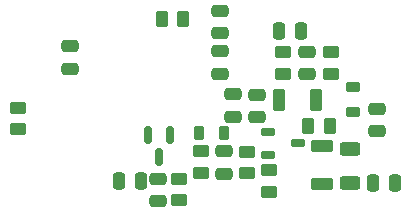
<source format=gbr>
%TF.GenerationSoftware,KiCad,Pcbnew,9.0.5*%
%TF.CreationDate,2025-10-21T13:05:04+02:00*%
%TF.ProjectId,Heterodyna-eltra-t3015-2,48657465-726f-4647-996e-612d656c7472,rev?*%
%TF.SameCoordinates,Original*%
%TF.FileFunction,Paste,Top*%
%TF.FilePolarity,Positive*%
%FSLAX46Y46*%
G04 Gerber Fmt 4.6, Leading zero omitted, Abs format (unit mm)*
G04 Created by KiCad (PCBNEW 9.0.5) date 2025-10-21 13:05:04*
%MOMM*%
%LPD*%
G01*
G04 APERTURE LIST*
G04 Aperture macros list*
%AMRoundRect*
0 Rectangle with rounded corners*
0 $1 Rounding radius*
0 $2 $3 $4 $5 $6 $7 $8 $9 X,Y pos of 4 corners*
0 Add a 4 corners polygon primitive as box body*
4,1,4,$2,$3,$4,$5,$6,$7,$8,$9,$2,$3,0*
0 Add four circle primitives for the rounded corners*
1,1,$1+$1,$2,$3*
1,1,$1+$1,$4,$5*
1,1,$1+$1,$6,$7*
1,1,$1+$1,$8,$9*
0 Add four rect primitives between the rounded corners*
20,1,$1+$1,$2,$3,$4,$5,0*
20,1,$1+$1,$4,$5,$6,$7,0*
20,1,$1+$1,$6,$7,$8,$9,0*
20,1,$1+$1,$8,$9,$2,$3,0*%
G04 Aperture macros list end*
%ADD10RoundRect,0.250000X-0.250000X-0.475000X0.250000X-0.475000X0.250000X0.475000X-0.250000X0.475000X0*%
%ADD11RoundRect,0.250000X0.450000X-0.262500X0.450000X0.262500X-0.450000X0.262500X-0.450000X-0.262500X0*%
%ADD12RoundRect,0.250000X-0.450000X0.262500X-0.450000X-0.262500X0.450000X-0.262500X0.450000X0.262500X0*%
%ADD13RoundRect,0.250000X0.262500X0.450000X-0.262500X0.450000X-0.262500X-0.450000X0.262500X-0.450000X0*%
%ADD14RoundRect,0.218750X0.381250X-0.218750X0.381250X0.218750X-0.381250X0.218750X-0.381250X-0.218750X0*%
%ADD15RoundRect,0.250000X-0.475000X0.250000X-0.475000X-0.250000X0.475000X-0.250000X0.475000X0.250000X0*%
%ADD16RoundRect,0.250000X-0.700000X0.275000X-0.700000X-0.275000X0.700000X-0.275000X0.700000X0.275000X0*%
%ADD17RoundRect,0.250000X0.475000X-0.250000X0.475000X0.250000X-0.475000X0.250000X-0.475000X-0.250000X0*%
%ADD18RoundRect,0.250000X-0.262500X-0.450000X0.262500X-0.450000X0.262500X0.450000X-0.262500X0.450000X0*%
%ADD19RoundRect,0.150000X-0.150000X0.587500X-0.150000X-0.587500X0.150000X-0.587500X0.150000X0.587500X0*%
%ADD20RoundRect,0.250000X-0.625000X0.312500X-0.625000X-0.312500X0.625000X-0.312500X0.625000X0.312500X0*%
%ADD21RoundRect,0.250000X-0.275000X-0.700000X0.275000X-0.700000X0.275000X0.700000X-0.275000X0.700000X0*%
%ADD22RoundRect,0.218750X-0.218750X-0.381250X0.218750X-0.381250X0.218750X0.381250X-0.218750X0.381250X0*%
%ADD23RoundRect,0.162500X-0.447500X-0.162500X0.447500X-0.162500X0.447500X0.162500X-0.447500X0.162500X0*%
G04 APERTURE END LIST*
D10*
%TO.C,C13*%
X166320000Y-102510000D03*
X168220000Y-102510000D03*
%TD*%
D11*
%TO.C,R6*%
X144250000Y-110802500D03*
X144250000Y-108977500D03*
%TD*%
D12*
%TO.C,R2*%
X166710000Y-104277500D03*
X166710000Y-106102500D03*
%TD*%
D13*
%TO.C,R4*%
X158242500Y-101470000D03*
X156417500Y-101470000D03*
%TD*%
D12*
%TO.C,R10*%
X170750000Y-104297500D03*
X170750000Y-106122500D03*
%TD*%
D14*
%TO.C,FB1*%
X172610000Y-109372500D03*
X172610000Y-107247500D03*
%TD*%
D12*
%TO.C,R9*%
X159730000Y-112667500D03*
X159730000Y-114492500D03*
%TD*%
D15*
%TO.C,C14*%
X162440000Y-107840000D03*
X162440000Y-109740000D03*
%TD*%
%TO.C,C10*%
X156070000Y-114980000D03*
X156070000Y-116880000D03*
%TD*%
D10*
%TO.C,C1*%
X174260000Y-115390000D03*
X176160000Y-115390000D03*
%TD*%
D12*
%TO.C,R8*%
X157880000Y-114987500D03*
X157880000Y-116812500D03*
%TD*%
D16*
%TO.C,L2*%
X169980000Y-112255000D03*
X169980000Y-115405000D03*
%TD*%
D17*
%TO.C,C9*%
X161380000Y-106100000D03*
X161380000Y-104200000D03*
%TD*%
D18*
%TO.C,R3*%
X168797500Y-110500000D03*
X170622500Y-110500000D03*
%TD*%
D15*
%TO.C,C5*%
X148670000Y-103760000D03*
X148670000Y-105660000D03*
%TD*%
D19*
%TO.C,Q2*%
X157150000Y-111260000D03*
X155250000Y-111260000D03*
X156200000Y-113135000D03*
%TD*%
D15*
%TO.C,C3*%
X161370000Y-100750000D03*
X161370000Y-102650000D03*
%TD*%
D17*
%TO.C,C12*%
X168740000Y-106140000D03*
X168740000Y-104240000D03*
%TD*%
D11*
%TO.C,R7*%
X165520000Y-116112500D03*
X165520000Y-114287500D03*
%TD*%
D20*
%TO.C,R1*%
X172350000Y-112447500D03*
X172350000Y-115372500D03*
%TD*%
D21*
%TO.C,L1*%
X166315000Y-108310000D03*
X169465000Y-108310000D03*
%TD*%
D17*
%TO.C,C6*%
X174620000Y-110980000D03*
X174620000Y-109080000D03*
%TD*%
D15*
%TO.C,C11*%
X161670000Y-112670000D03*
X161670000Y-114570000D03*
%TD*%
D11*
%TO.C,R5*%
X163660000Y-114522500D03*
X163660000Y-112697500D03*
%TD*%
D15*
%TO.C,C4*%
X164520000Y-107870000D03*
X164520000Y-109770000D03*
%TD*%
D22*
%TO.C,L4*%
X159587500Y-111120000D03*
X161712500Y-111120000D03*
%TD*%
D10*
%TO.C,C7*%
X152780000Y-115210000D03*
X154680000Y-115210000D03*
%TD*%
D23*
%TO.C,Q1*%
X165370000Y-111057500D03*
X165370000Y-112957500D03*
X167990000Y-112007500D03*
%TD*%
M02*

</source>
